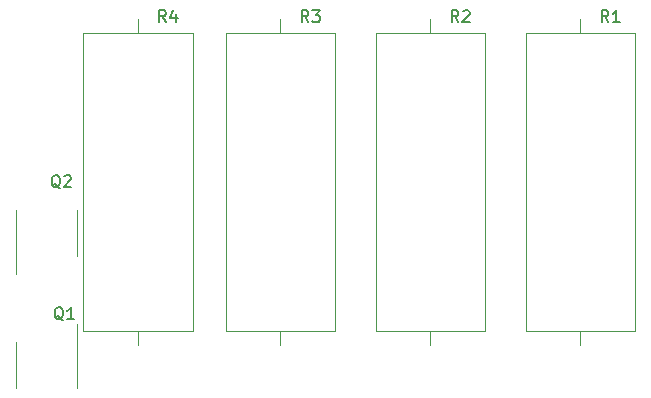
<source format=gto>
%TF.GenerationSoftware,KiCad,Pcbnew,(5.1.6)-1*%
%TF.CreationDate,2020-10-16T10:26:54-04:00*%
%TF.ProjectId,heater,68656174-6572-42e6-9b69-6361645f7063,rev?*%
%TF.SameCoordinates,Original*%
%TF.FileFunction,Legend,Top*%
%TF.FilePolarity,Positive*%
%FSLAX46Y46*%
G04 Gerber Fmt 4.6, Leading zero omitted, Abs format (unit mm)*
G04 Created by KiCad (PCBNEW (5.1.6)-1) date 2020-10-16 10:26:54*
%MOMM*%
%LPD*%
G01*
G04 APERTURE LIST*
%ADD10C,0.120000*%
%ADD11C,0.150000*%
G04 APERTURE END LIST*
D10*
%TO.C,Q2*%
X29698000Y-41148000D02*
X29698000Y-44598000D01*
X29698000Y-41148000D02*
X29698000Y-39198000D01*
X34818000Y-41148000D02*
X34818000Y-43098000D01*
X34818000Y-41148000D02*
X34818000Y-39198000D01*
%TO.C,Q1*%
X34818000Y-52324000D02*
X34818000Y-48874000D01*
X34818000Y-52324000D02*
X34818000Y-54274000D01*
X29698000Y-52324000D02*
X29698000Y-50374000D01*
X29698000Y-52324000D02*
X29698000Y-54274000D01*
%TO.C,R3*%
X52070000Y-50630000D02*
X52070000Y-49450000D01*
X52070000Y-23030000D02*
X52070000Y-24210000D01*
X56690000Y-49450000D02*
X56690000Y-24210000D01*
X47450000Y-49450000D02*
X56690000Y-49450000D01*
X47450000Y-24210000D02*
X47450000Y-49450000D01*
X56690000Y-24210000D02*
X47450000Y-24210000D01*
%TO.C,R2*%
X64770000Y-23030000D02*
X64770000Y-24210000D01*
X64770000Y-50630000D02*
X64770000Y-49450000D01*
X60150000Y-24210000D02*
X60150000Y-49450000D01*
X69390000Y-24210000D02*
X60150000Y-24210000D01*
X69390000Y-49450000D02*
X69390000Y-24210000D01*
X60150000Y-49450000D02*
X69390000Y-49450000D01*
%TO.C,R1*%
X77470000Y-23030000D02*
X77470000Y-24210000D01*
X77470000Y-50630000D02*
X77470000Y-49450000D01*
X72850000Y-24210000D02*
X72850000Y-49450000D01*
X82090000Y-24210000D02*
X72850000Y-24210000D01*
X82090000Y-49450000D02*
X82090000Y-24210000D01*
X72850000Y-49450000D02*
X82090000Y-49450000D01*
%TO.C,R4*%
X44625000Y-24210000D02*
X35385000Y-24210000D01*
X35385000Y-24210000D02*
X35385000Y-49450000D01*
X35385000Y-49450000D02*
X44625000Y-49450000D01*
X44625000Y-49450000D02*
X44625000Y-24210000D01*
X40005000Y-23030000D02*
X40005000Y-24210000D01*
X40005000Y-50630000D02*
X40005000Y-49450000D01*
%TO.C,Q2*%
D11*
X33432761Y-37377619D02*
X33337523Y-37330000D01*
X33242285Y-37234761D01*
X33099428Y-37091904D01*
X33004190Y-37044285D01*
X32908952Y-37044285D01*
X32956571Y-37282380D02*
X32861333Y-37234761D01*
X32766095Y-37139523D01*
X32718476Y-36949047D01*
X32718476Y-36615714D01*
X32766095Y-36425238D01*
X32861333Y-36330000D01*
X32956571Y-36282380D01*
X33147047Y-36282380D01*
X33242285Y-36330000D01*
X33337523Y-36425238D01*
X33385142Y-36615714D01*
X33385142Y-36949047D01*
X33337523Y-37139523D01*
X33242285Y-37234761D01*
X33147047Y-37282380D01*
X32956571Y-37282380D01*
X33766095Y-36377619D02*
X33813714Y-36330000D01*
X33908952Y-36282380D01*
X34147047Y-36282380D01*
X34242285Y-36330000D01*
X34289904Y-36377619D01*
X34337523Y-36472857D01*
X34337523Y-36568095D01*
X34289904Y-36710952D01*
X33718476Y-37282380D01*
X34337523Y-37282380D01*
%TO.C,Q1*%
X33686761Y-48553619D02*
X33591523Y-48506000D01*
X33496285Y-48410761D01*
X33353428Y-48267904D01*
X33258190Y-48220285D01*
X33162952Y-48220285D01*
X33210571Y-48458380D02*
X33115333Y-48410761D01*
X33020095Y-48315523D01*
X32972476Y-48125047D01*
X32972476Y-47791714D01*
X33020095Y-47601238D01*
X33115333Y-47506000D01*
X33210571Y-47458380D01*
X33401047Y-47458380D01*
X33496285Y-47506000D01*
X33591523Y-47601238D01*
X33639142Y-47791714D01*
X33639142Y-48125047D01*
X33591523Y-48315523D01*
X33496285Y-48410761D01*
X33401047Y-48458380D01*
X33210571Y-48458380D01*
X34591523Y-48458380D02*
X34020095Y-48458380D01*
X34305809Y-48458380D02*
X34305809Y-47458380D01*
X34210571Y-47601238D01*
X34115333Y-47696476D01*
X34020095Y-47744095D01*
%TO.C,R3*%
X54443333Y-23312380D02*
X54110000Y-22836190D01*
X53871904Y-23312380D02*
X53871904Y-22312380D01*
X54252857Y-22312380D01*
X54348095Y-22360000D01*
X54395714Y-22407619D01*
X54443333Y-22502857D01*
X54443333Y-22645714D01*
X54395714Y-22740952D01*
X54348095Y-22788571D01*
X54252857Y-22836190D01*
X53871904Y-22836190D01*
X54776666Y-22312380D02*
X55395714Y-22312380D01*
X55062380Y-22693333D01*
X55205238Y-22693333D01*
X55300476Y-22740952D01*
X55348095Y-22788571D01*
X55395714Y-22883809D01*
X55395714Y-23121904D01*
X55348095Y-23217142D01*
X55300476Y-23264761D01*
X55205238Y-23312380D01*
X54919523Y-23312380D01*
X54824285Y-23264761D01*
X54776666Y-23217142D01*
%TO.C,R2*%
X67143333Y-23312380D02*
X66810000Y-22836190D01*
X66571904Y-23312380D02*
X66571904Y-22312380D01*
X66952857Y-22312380D01*
X67048095Y-22360000D01*
X67095714Y-22407619D01*
X67143333Y-22502857D01*
X67143333Y-22645714D01*
X67095714Y-22740952D01*
X67048095Y-22788571D01*
X66952857Y-22836190D01*
X66571904Y-22836190D01*
X67524285Y-22407619D02*
X67571904Y-22360000D01*
X67667142Y-22312380D01*
X67905238Y-22312380D01*
X68000476Y-22360000D01*
X68048095Y-22407619D01*
X68095714Y-22502857D01*
X68095714Y-22598095D01*
X68048095Y-22740952D01*
X67476666Y-23312380D01*
X68095714Y-23312380D01*
%TO.C,R1*%
X79843333Y-23312380D02*
X79510000Y-22836190D01*
X79271904Y-23312380D02*
X79271904Y-22312380D01*
X79652857Y-22312380D01*
X79748095Y-22360000D01*
X79795714Y-22407619D01*
X79843333Y-22502857D01*
X79843333Y-22645714D01*
X79795714Y-22740952D01*
X79748095Y-22788571D01*
X79652857Y-22836190D01*
X79271904Y-22836190D01*
X80795714Y-23312380D02*
X80224285Y-23312380D01*
X80510000Y-23312380D02*
X80510000Y-22312380D01*
X80414761Y-22455238D01*
X80319523Y-22550476D01*
X80224285Y-22598095D01*
%TO.C,R4*%
X42378333Y-23312380D02*
X42045000Y-22836190D01*
X41806904Y-23312380D02*
X41806904Y-22312380D01*
X42187857Y-22312380D01*
X42283095Y-22360000D01*
X42330714Y-22407619D01*
X42378333Y-22502857D01*
X42378333Y-22645714D01*
X42330714Y-22740952D01*
X42283095Y-22788571D01*
X42187857Y-22836190D01*
X41806904Y-22836190D01*
X43235476Y-22645714D02*
X43235476Y-23312380D01*
X42997380Y-22264761D02*
X42759285Y-22979047D01*
X43378333Y-22979047D01*
%TD*%
M02*

</source>
